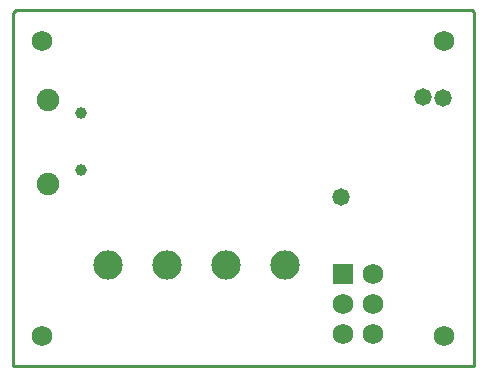
<source format=gbs>
%FSLAX23Y23*%
%MOIN*%
G70*
G01*
G75*
G04 Layer_Color=16711935*
%ADD10R,0.065X0.040*%
%ADD11R,0.051X0.118*%
%ADD12R,0.022X0.039*%
%ADD13R,0.049X0.016*%
%ADD14R,0.040X0.055*%
%ADD15C,0.060*%
%ADD16R,0.060X0.060*%
%ADD17R,0.055X0.040*%
%ADD18C,0.020*%
%ADD19C,0.015*%
%ADD20C,0.010*%
%ADD21C,0.090*%
%ADD22C,0.067*%
%ADD23C,0.031*%
%ADD24R,0.060X0.060*%
%ADD25C,0.050*%
%ADD26C,0.012*%
%ADD27C,0.006*%
%ADD28C,0.007*%
%ADD29C,0.007*%
%ADD30C,0.008*%
%ADD31R,0.073X0.048*%
%ADD32R,0.059X0.126*%
%ADD33R,0.030X0.047*%
%ADD34R,0.057X0.024*%
%ADD35R,0.048X0.063*%
%ADD36C,0.068*%
%ADD37R,0.068X0.068*%
%ADD38R,0.063X0.048*%
%ADD39C,0.098*%
%ADD40C,0.075*%
%ADD41C,0.039*%
%ADD42R,0.068X0.068*%
%ADD43C,0.058*%
D20*
X1260Y2380D02*
Y2415D01*
X1270Y2425D01*
X2790D01*
X1260Y1240D02*
Y2380D01*
X2790Y2425D02*
X2795Y2420D01*
Y1240D02*
Y2420D01*
X1260Y1240D02*
X2795D01*
D36*
X2697Y1339D02*
D03*
Y2323D02*
D03*
X1358Y1339D02*
D03*
Y2323D02*
D03*
X2359Y1344D02*
D03*
Y1444D02*
D03*
X2459Y1344D02*
D03*
Y1544D02*
D03*
Y1444D02*
D03*
D39*
X2165Y1575D02*
D03*
X1969D02*
D03*
X1575Y1575D02*
D03*
X1772Y1575D02*
D03*
D40*
X1377Y1846D02*
D03*
Y2126D02*
D03*
D41*
X1486Y1891D02*
D03*
Y2082D02*
D03*
D42*
X2359Y1544D02*
D03*
D43*
X2352Y1801D02*
D03*
X2626Y2134D02*
D03*
X2694Y2132D02*
D03*
M02*

</source>
